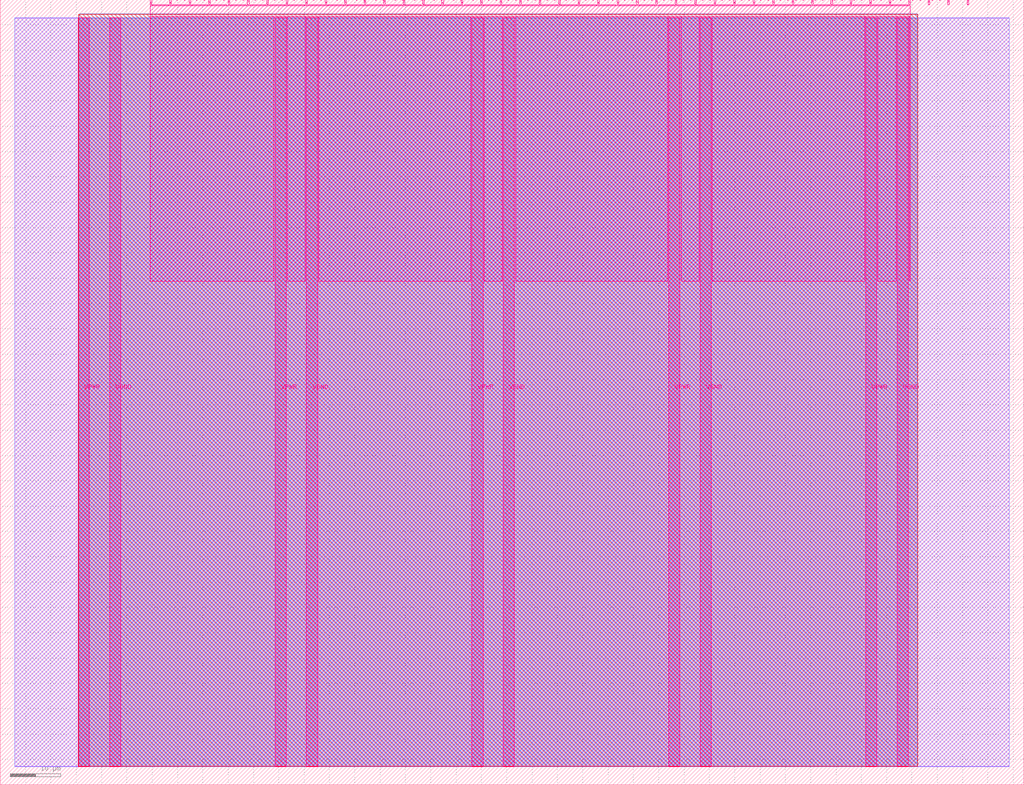
<source format=lef>
VERSION 5.7 ;
  NOWIREEXTENSIONATPIN ON ;
  DIVIDERCHAR "/" ;
  BUSBITCHARS "[]" ;
MACRO tt_um_secA_11_nyancar_alanz23
  CLASS BLOCK ;
  FOREIGN tt_um_secA_11_nyancar_alanz23 ;
  ORIGIN 0.000 0.000 ;
  SIZE 202.080 BY 154.980 ;
  PIN VGND
    DIRECTION INOUT ;
    USE GROUND ;
    PORT
      LAYER Metal5 ;
        RECT 21.580 3.560 23.780 151.420 ;
    END
    PORT
      LAYER Metal5 ;
        RECT 60.450 3.560 62.650 151.420 ;
    END
    PORT
      LAYER Metal5 ;
        RECT 99.320 3.560 101.520 151.420 ;
    END
    PORT
      LAYER Metal5 ;
        RECT 138.190 3.560 140.390 151.420 ;
    END
    PORT
      LAYER Metal5 ;
        RECT 177.060 3.560 179.260 151.420 ;
    END
  END VGND
  PIN VPWR
    DIRECTION INOUT ;
    USE POWER ;
    PORT
      LAYER Metal5 ;
        RECT 15.380 3.560 17.580 151.420 ;
    END
    PORT
      LAYER Metal5 ;
        RECT 54.250 3.560 56.450 151.420 ;
    END
    PORT
      LAYER Metal5 ;
        RECT 93.120 3.560 95.320 151.420 ;
    END
    PORT
      LAYER Metal5 ;
        RECT 131.990 3.560 134.190 151.420 ;
    END
    PORT
      LAYER Metal5 ;
        RECT 170.860 3.560 173.060 151.420 ;
    END
  END VPWR
  PIN clk
    DIRECTION INPUT ;
    USE SIGNAL ;
    PORT
      LAYER Metal5 ;
        RECT 187.050 153.980 187.350 154.980 ;
    END
  END clk
  PIN ena
    DIRECTION INPUT ;
    USE SIGNAL ;
    PORT
      LAYER Metal5 ;
        RECT 190.890 153.980 191.190 154.980 ;
    END
  END ena
  PIN rst_n
    DIRECTION INPUT ;
    USE SIGNAL ;
    PORT
      LAYER Metal5 ;
        RECT 183.210 153.980 183.510 154.980 ;
    END
  END rst_n
  PIN ui_in[0]
    DIRECTION INPUT ;
    USE SIGNAL ;
    ANTENNAGATEAREA 0.180700 ;
    PORT
      LAYER Metal5 ;
        RECT 179.370 153.980 179.670 154.980 ;
    END
  END ui_in[0]
  PIN ui_in[1]
    DIRECTION INPUT ;
    USE SIGNAL ;
    ANTENNAGATEAREA 0.180700 ;
    PORT
      LAYER Metal5 ;
        RECT 175.530 153.980 175.830 154.980 ;
    END
  END ui_in[1]
  PIN ui_in[2]
    DIRECTION INPUT ;
    USE SIGNAL ;
    ANTENNAGATEAREA 0.213200 ;
    PORT
      LAYER Metal5 ;
        RECT 171.690 153.980 171.990 154.980 ;
    END
  END ui_in[2]
  PIN ui_in[3]
    DIRECTION INPUT ;
    USE SIGNAL ;
    ANTENNAGATEAREA 0.213200 ;
    PORT
      LAYER Metal5 ;
        RECT 167.850 153.980 168.150 154.980 ;
    END
  END ui_in[3]
  PIN ui_in[4]
    DIRECTION INPUT ;
    USE SIGNAL ;
    ANTENNAGATEAREA 0.213200 ;
    PORT
      LAYER Metal5 ;
        RECT 164.010 153.980 164.310 154.980 ;
    END
  END ui_in[4]
  PIN ui_in[5]
    DIRECTION INPUT ;
    USE SIGNAL ;
    ANTENNAGATEAREA 0.180700 ;
    PORT
      LAYER Metal5 ;
        RECT 160.170 153.980 160.470 154.980 ;
    END
  END ui_in[5]
  PIN ui_in[6]
    DIRECTION INPUT ;
    USE SIGNAL ;
    ANTENNAGATEAREA 0.213200 ;
    PORT
      LAYER Metal5 ;
        RECT 156.330 153.980 156.630 154.980 ;
    END
  END ui_in[6]
  PIN ui_in[7]
    DIRECTION INPUT ;
    USE SIGNAL ;
    ANTENNAGATEAREA 0.213200 ;
    PORT
      LAYER Metal5 ;
        RECT 152.490 153.980 152.790 154.980 ;
    END
  END ui_in[7]
  PIN uio_in[0]
    DIRECTION INPUT ;
    USE SIGNAL ;
    PORT
      LAYER Metal5 ;
        RECT 148.650 153.980 148.950 154.980 ;
    END
  END uio_in[0]
  PIN uio_in[1]
    DIRECTION INPUT ;
    USE SIGNAL ;
    PORT
      LAYER Metal5 ;
        RECT 144.810 153.980 145.110 154.980 ;
    END
  END uio_in[1]
  PIN uio_in[2]
    DIRECTION INPUT ;
    USE SIGNAL ;
    PORT
      LAYER Metal5 ;
        RECT 140.970 153.980 141.270 154.980 ;
    END
  END uio_in[2]
  PIN uio_in[3]
    DIRECTION INPUT ;
    USE SIGNAL ;
    PORT
      LAYER Metal5 ;
        RECT 137.130 153.980 137.430 154.980 ;
    END
  END uio_in[3]
  PIN uio_in[4]
    DIRECTION INPUT ;
    USE SIGNAL ;
    PORT
      LAYER Metal5 ;
        RECT 133.290 153.980 133.590 154.980 ;
    END
  END uio_in[4]
  PIN uio_in[5]
    DIRECTION INPUT ;
    USE SIGNAL ;
    PORT
      LAYER Metal5 ;
        RECT 129.450 153.980 129.750 154.980 ;
    END
  END uio_in[5]
  PIN uio_in[6]
    DIRECTION INPUT ;
    USE SIGNAL ;
    PORT
      LAYER Metal5 ;
        RECT 125.610 153.980 125.910 154.980 ;
    END
  END uio_in[6]
  PIN uio_in[7]
    DIRECTION INPUT ;
    USE SIGNAL ;
    PORT
      LAYER Metal5 ;
        RECT 121.770 153.980 122.070 154.980 ;
    END
  END uio_in[7]
  PIN uio_oe[0]
    DIRECTION OUTPUT ;
    USE SIGNAL ;
    ANTENNADIFFAREA 0.299200 ;
    PORT
      LAYER Metal5 ;
        RECT 56.490 153.980 56.790 154.980 ;
    END
  END uio_oe[0]
  PIN uio_oe[1]
    DIRECTION OUTPUT ;
    USE SIGNAL ;
    ANTENNADIFFAREA 0.299200 ;
    PORT
      LAYER Metal5 ;
        RECT 52.650 153.980 52.950 154.980 ;
    END
  END uio_oe[1]
  PIN uio_oe[2]
    DIRECTION OUTPUT ;
    USE SIGNAL ;
    ANTENNADIFFAREA 0.299200 ;
    PORT
      LAYER Metal5 ;
        RECT 48.810 153.980 49.110 154.980 ;
    END
  END uio_oe[2]
  PIN uio_oe[3]
    DIRECTION OUTPUT ;
    USE SIGNAL ;
    ANTENNADIFFAREA 0.299200 ;
    PORT
      LAYER Metal5 ;
        RECT 44.970 153.980 45.270 154.980 ;
    END
  END uio_oe[3]
  PIN uio_oe[4]
    DIRECTION OUTPUT ;
    USE SIGNAL ;
    ANTENNADIFFAREA 0.299200 ;
    PORT
      LAYER Metal5 ;
        RECT 41.130 153.980 41.430 154.980 ;
    END
  END uio_oe[4]
  PIN uio_oe[5]
    DIRECTION OUTPUT ;
    USE SIGNAL ;
    ANTENNADIFFAREA 0.299200 ;
    PORT
      LAYER Metal5 ;
        RECT 37.290 153.980 37.590 154.980 ;
    END
  END uio_oe[5]
  PIN uio_oe[6]
    DIRECTION OUTPUT ;
    USE SIGNAL ;
    ANTENNADIFFAREA 0.299200 ;
    PORT
      LAYER Metal5 ;
        RECT 33.450 153.980 33.750 154.980 ;
    END
  END uio_oe[6]
  PIN uio_oe[7]
    DIRECTION OUTPUT ;
    USE SIGNAL ;
    ANTENNADIFFAREA 0.299200 ;
    PORT
      LAYER Metal5 ;
        RECT 29.610 153.980 29.910 154.980 ;
    END
  END uio_oe[7]
  PIN uio_out[0]
    DIRECTION OUTPUT ;
    USE SIGNAL ;
    ANTENNADIFFAREA 0.299200 ;
    PORT
      LAYER Metal5 ;
        RECT 87.210 153.980 87.510 154.980 ;
    END
  END uio_out[0]
  PIN uio_out[1]
    DIRECTION OUTPUT ;
    USE SIGNAL ;
    ANTENNADIFFAREA 0.299200 ;
    PORT
      LAYER Metal5 ;
        RECT 83.370 153.980 83.670 154.980 ;
    END
  END uio_out[1]
  PIN uio_out[2]
    DIRECTION OUTPUT ;
    USE SIGNAL ;
    ANTENNADIFFAREA 0.299200 ;
    PORT
      LAYER Metal5 ;
        RECT 79.530 153.980 79.830 154.980 ;
    END
  END uio_out[2]
  PIN uio_out[3]
    DIRECTION OUTPUT ;
    USE SIGNAL ;
    ANTENNADIFFAREA 0.299200 ;
    PORT
      LAYER Metal5 ;
        RECT 75.690 153.980 75.990 154.980 ;
    END
  END uio_out[3]
  PIN uio_out[4]
    DIRECTION OUTPUT ;
    USE SIGNAL ;
    ANTENNADIFFAREA 0.299200 ;
    PORT
      LAYER Metal5 ;
        RECT 71.850 153.980 72.150 154.980 ;
    END
  END uio_out[4]
  PIN uio_out[5]
    DIRECTION OUTPUT ;
    USE SIGNAL ;
    ANTENNADIFFAREA 0.299200 ;
    PORT
      LAYER Metal5 ;
        RECT 68.010 153.980 68.310 154.980 ;
    END
  END uio_out[5]
  PIN uio_out[6]
    DIRECTION OUTPUT ;
    USE SIGNAL ;
    ANTENNADIFFAREA 0.299200 ;
    PORT
      LAYER Metal5 ;
        RECT 64.170 153.980 64.470 154.980 ;
    END
  END uio_out[6]
  PIN uio_out[7]
    DIRECTION OUTPUT ;
    USE SIGNAL ;
    ANTENNADIFFAREA 0.299200 ;
    PORT
      LAYER Metal5 ;
        RECT 60.330 153.980 60.630 154.980 ;
    END
  END uio_out[7]
  PIN uo_out[0]
    DIRECTION OUTPUT ;
    USE SIGNAL ;
    ANTENNAGATEAREA 0.241800 ;
    ANTENNADIFFAREA 0.706800 ;
    PORT
      LAYER Metal5 ;
        RECT 117.930 153.980 118.230 154.980 ;
    END
  END uo_out[0]
  PIN uo_out[1]
    DIRECTION OUTPUT ;
    USE SIGNAL ;
    ANTENNADIFFAREA 0.654800 ;
    PORT
      LAYER Metal5 ;
        RECT 114.090 153.980 114.390 154.980 ;
    END
  END uo_out[1]
  PIN uo_out[2]
    DIRECTION OUTPUT ;
    USE SIGNAL ;
    ANTENNADIFFAREA 0.654800 ;
    PORT
      LAYER Metal5 ;
        RECT 110.250 153.980 110.550 154.980 ;
    END
  END uo_out[2]
  PIN uo_out[3]
    DIRECTION OUTPUT ;
    USE SIGNAL ;
    ANTENNADIFFAREA 0.654800 ;
    PORT
      LAYER Metal5 ;
        RECT 106.410 153.980 106.710 154.980 ;
    END
  END uo_out[3]
  PIN uo_out[4]
    DIRECTION OUTPUT ;
    USE SIGNAL ;
    ANTENNADIFFAREA 0.654800 ;
    PORT
      LAYER Metal5 ;
        RECT 102.570 153.980 102.870 154.980 ;
    END
  END uo_out[4]
  PIN uo_out[5]
    DIRECTION OUTPUT ;
    USE SIGNAL ;
    ANTENNADIFFAREA 0.654800 ;
    PORT
      LAYER Metal5 ;
        RECT 98.730 153.980 99.030 154.980 ;
    END
  END uo_out[5]
  PIN uo_out[6]
    DIRECTION OUTPUT ;
    USE SIGNAL ;
    ANTENNADIFFAREA 0.654800 ;
    PORT
      LAYER Metal5 ;
        RECT 94.890 153.980 95.190 154.980 ;
    END
  END uo_out[6]
  PIN uo_out[7]
    DIRECTION OUTPUT ;
    USE SIGNAL ;
    ANTENNADIFFAREA 0.654800 ;
    PORT
      LAYER Metal5 ;
        RECT 91.050 153.980 91.350 154.980 ;
    END
  END uo_out[7]
  OBS
      LAYER GatPoly ;
        RECT 2.880 3.630 199.200 151.350 ;
      LAYER Metal1 ;
        RECT 2.880 3.560 199.200 151.420 ;
      LAYER Metal2 ;
        RECT 15.515 3.680 181.105 151.300 ;
      LAYER Metal3 ;
        RECT 15.560 3.635 181.060 152.185 ;
      LAYER Metal4 ;
        RECT 15.515 3.680 181.105 152.140 ;
      LAYER Metal5 ;
        RECT 30.120 153.770 33.240 153.980 ;
        RECT 33.960 153.770 37.080 153.980 ;
        RECT 37.800 153.770 40.920 153.980 ;
        RECT 41.640 153.770 44.760 153.980 ;
        RECT 45.480 153.770 48.600 153.980 ;
        RECT 49.320 153.770 52.440 153.980 ;
        RECT 53.160 153.770 56.280 153.980 ;
        RECT 57.000 153.770 60.120 153.980 ;
        RECT 60.840 153.770 63.960 153.980 ;
        RECT 64.680 153.770 67.800 153.980 ;
        RECT 68.520 153.770 71.640 153.980 ;
        RECT 72.360 153.770 75.480 153.980 ;
        RECT 76.200 153.770 79.320 153.980 ;
        RECT 80.040 153.770 83.160 153.980 ;
        RECT 83.880 153.770 87.000 153.980 ;
        RECT 87.720 153.770 90.840 153.980 ;
        RECT 91.560 153.770 94.680 153.980 ;
        RECT 95.400 153.770 98.520 153.980 ;
        RECT 99.240 153.770 102.360 153.980 ;
        RECT 103.080 153.770 106.200 153.980 ;
        RECT 106.920 153.770 110.040 153.980 ;
        RECT 110.760 153.770 113.880 153.980 ;
        RECT 114.600 153.770 117.720 153.980 ;
        RECT 118.440 153.770 121.560 153.980 ;
        RECT 122.280 153.770 125.400 153.980 ;
        RECT 126.120 153.770 129.240 153.980 ;
        RECT 129.960 153.770 133.080 153.980 ;
        RECT 133.800 153.770 136.920 153.980 ;
        RECT 137.640 153.770 140.760 153.980 ;
        RECT 141.480 153.770 144.600 153.980 ;
        RECT 145.320 153.770 148.440 153.980 ;
        RECT 149.160 153.770 152.280 153.980 ;
        RECT 153.000 153.770 156.120 153.980 ;
        RECT 156.840 153.770 159.960 153.980 ;
        RECT 160.680 153.770 163.800 153.980 ;
        RECT 164.520 153.770 167.640 153.980 ;
        RECT 168.360 153.770 171.480 153.980 ;
        RECT 172.200 153.770 175.320 153.980 ;
        RECT 176.040 153.770 179.160 153.980 ;
        RECT 29.660 151.630 179.620 153.770 ;
        RECT 29.660 99.395 54.040 151.630 ;
        RECT 56.660 99.395 60.240 151.630 ;
        RECT 62.860 99.395 92.910 151.630 ;
        RECT 95.530 99.395 99.110 151.630 ;
        RECT 101.730 99.395 131.780 151.630 ;
        RECT 134.400 99.395 137.980 151.630 ;
        RECT 140.600 99.395 170.650 151.630 ;
        RECT 173.270 99.395 176.850 151.630 ;
        RECT 179.470 99.395 179.620 151.630 ;
  END
END tt_um_secA_11_nyancar_alanz23
END LIBRARY


</source>
